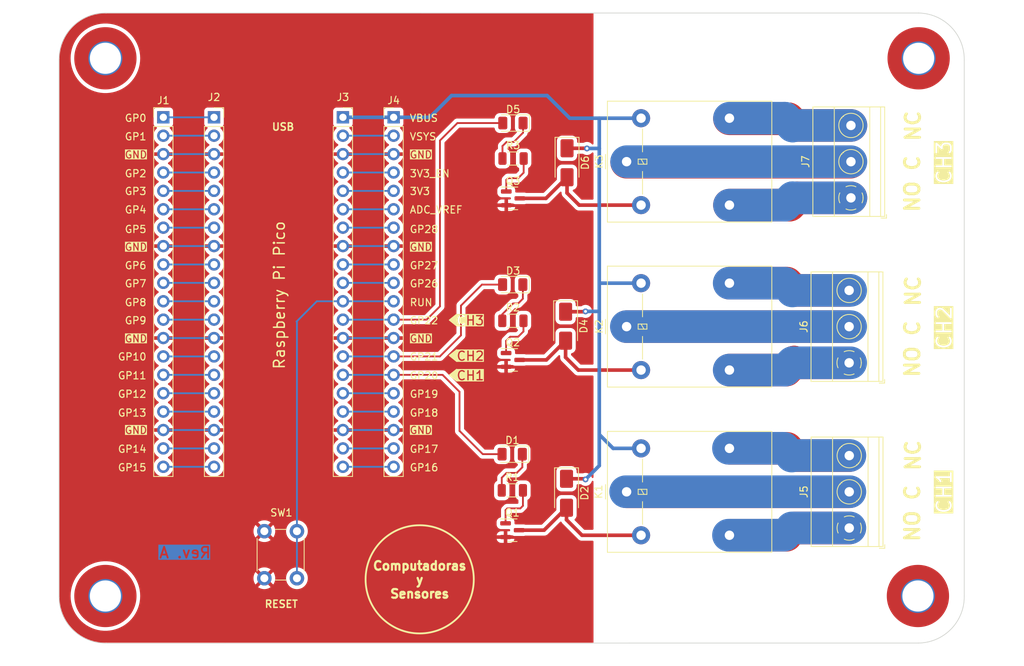
<source format=kicad_pcb>
(kicad_pcb (version 20221018) (generator pcbnew)
  (title_block (title "Pico Carrier Relay") (date "2023-10-07") (rev "A") (company "Computadoras y Sensores"))
  (layers (0 "F.Cu" signal) (31 "B.Cu" signal) (34 "B.Paste" user) (35 "F.Paste" user) (36 "B.SilkS" user "B.Silkscreen") (37 "F.SilkS" user "F.Silkscreen") (38 "B.Mask" user) (39 "F.Mask" user) (44 "Edge.Cuts" user))
  (net 0 "")
  (net 1 "Net-(D1-K)")
  (net 2 "/GP20")
  (net 3 "/VBUS")
  (net 4 "Net-(D2-A)")
  (net 5 "Net-(D3-K)")
  (net 6 "/GP21")
  (net 7 "Net-(D4-A)")
  (net 8 "Net-(D5-K)")
  (net 9 "/GP22")
  (net 10 "Net-(D6-A)")
  (net 11 "Net-(J1-Pin_1)")
  (net 12 "Net-(J1-Pin_2)")
  (net 13 "GND")
  (net 14 "Net-(J1-Pin_4)")
  (net 15 "Net-(J1-Pin_5)")
  (net 16 "Net-(J1-Pin_6)")
  (net 17 "Net-(J1-Pin_7)")
  (net 18 "Net-(J1-Pin_9)")
  (net 19 "Net-(J1-Pin_10)")
  (net 20 "Net-(J1-Pin_11)")
  (net 21 "Net-(J1-Pin_12)")
  (net 22 "Net-(J1-Pin_14)")
  (net 23 "Net-(J1-Pin_15)")
  (net 24 "Net-(J1-Pin_16)")
  (net 25 "Net-(J1-Pin_17)")
  (net 26 "Net-(J1-Pin_19)")
  (net 27 "Net-(J1-Pin_20)")
  (net 28 "Net-(J3-Pin_2)")
  (net 29 "Net-(J3-Pin_4)")
  (net 30 "Net-(J3-Pin_5)")
  (net 31 "Net-(J3-Pin_6)")
  (net 32 "Net-(J3-Pin_7)")
  (net 33 "Net-(J3-Pin_9)")
  (net 34 "Net-(J3-Pin_10)")
  (net 35 "/RUN")
  (net 36 "Net-(J3-Pin_16)")
  (net 37 "Net-(J3-Pin_17)")
  (net 38 "Net-(J3-Pin_19)")
  (net 39 "Net-(J3-Pin_20)")
  (net 40 "Net-(J5-Pin_1)")
  (net 41 "Net-(J5-Pin_2)")
  (net 42 "Net-(J5-Pin_3)")
  (net 43 "Net-(J6-Pin_1)")
  (net 44 "Net-(J6-Pin_2)")
  (net 45 "Net-(J6-Pin_3)")
  (net 46 "Net-(J7-Pin_1)")
  (net 47 "Net-(J7-Pin_2)")
  (net 48 "Net-(J7-Pin_3)")
  (net 49 "Net-(Q1-B)")
  (net 50 "Net-(Q2-B)")
  (net 51 "Net-(Q3-B)")
  (footprint "Connector_PinHeader_2.54mm:PinHeader_1x20_P2.54mm_Vertical" (layer "F.Cu") (at 90.3 67.4)
    (fp_text reference "J1" (at 0 -2.33) (layer "F.SilkS"))
    (fp_text value "PicoHeader1")
    (pad "1" thru_hole rect (at 0 0) (size 1.7 1.7) (drill 1) (layers "*.Cu" "*.Mask") (net 11 "Net-(J1-Pin_1)"))
    (pad "2" thru_hole oval (at 0 2.54) (size 1.7 1.7) (drill 1) (layers "*.Cu" "*.Mask") (net 12 "Net-(J1-Pin_2)"))
    (pad "3" thru_hole oval (at 0 5.08) (size 1.7 1.7) (drill 1) (layers "*.Cu" "*.Mask") (net 13 "GND"))
    (pad "4" thru_hole oval (at 0 7.62) (size 1.7 1.7) (drill 1) (layers "*.Cu" "*.Mask") (net 14 "Net-(J1-Pin_4)"))
    (pad "5" thru_hole oval (at 0 10.16) (size 1.7 1.7) (drill 1) (layers "*.Cu" "*.Mask") (net 15 "Net-(J1-Pin_5)"))
    (pad "6" thru_hole oval (at 0 12.7) (size 1.7 1.7) (drill 1) (layers "*.Cu" "*.Mask") (net 16 "Net-(J1-Pin_6)"))
    (pad "7" thru_hole oval (at 0 15.24) (size 1.7 1.7) (drill 1) (layers "*.Cu" "*.Mask") (net 17 "Net-(J1-Pin_7)"))
    (pad "8" thru_hole oval (at 0 17.78) (size 1.7 1.7) (drill 1) (layers "*.Cu" "*.Mask") (net 13 "GND"))
    (pad "9" thru_hole oval (at 0 20.32) (size 1.7 1.7) (drill 1) (layers "*.Cu" "*.Mask") (net 18 "Net-(J1-Pin_9)"))
    (pad "10" thru_hole oval (at 0 22.86) (size 1.7 1.7) (drill 1) (layers "*.Cu" "*.Mask") (net 19 "Net-(J1-Pin_10)"))
    (pad "11" thru_hole oval (at 0 25.4) (size 1.7 1.7) (drill 1) (layers "*.Cu" "*.Mask") (net 20 "Net-(J1-Pin_11)"))
    (pad "12" thru_hole oval (at 0 27.94) (size 1.7 1.7) (drill 1) (layers "*.Cu" "*.Mask") (net 21 "Net-(J1-Pin_12)"))
    (pad "13" thru_hole oval (at 0 30.48) (size 1.7 1.7) (drill 1) (layers "*.Cu" "*.Mask") (net 13 "GND"))
    (pad "14" thru_hole oval (at 0 33.02) (size 1.7 1.7) (drill 1) (layers "*.Cu" "*.Mask") (net 22 "Net-(J1-Pin_14)"))
    (pad "15" thru_hole oval (at 0 35.56) (size 1.7 1.7) (drill 1) (layers "*.Cu" "*.Mask") (net 23 "Net-(J1-Pin_15)"))
    (pad "16" thru_hole oval (at 0 38.1) (size 1.7 1.7) (drill 1) (layers "*.Cu" "*.Mask") (net 24 "Net-(J1-Pin_16)"))
    (pad "17" thru_hole oval (at 0 40.64) (size 1.7 1.7) (drill 1) (layers "*.Cu" "*.Mask") (net 25 "Net-(J1-Pin_17)"))
    (pad "18" thru_hole oval (at 0 43.18) (size 1.7 1.7) (drill 1) (layers "*.Cu" "*.Mask") (net 13 "GND"))
    (pad "19" thru_hole oval (at 0 45.72) (size 1.7 1.7) (drill 1) (layers "*.Cu" "*.Mask") (net 26 "Net-(J1-Pin_19)"))
    (pad "20" thru_hole oval (at 0 48.26) (size 1.7 1.7) (drill 1) (layers "*.Cu" "*.Mask") (net 27 "Net-(J1-Pin_20)"))
  )
  (footprint "LED_SMD:LED_1206_3216Metric" (layer "F.Cu") (at 138.5476 90.5 180)
    (fp_text reference "D3" (at -0.0524 1.9) (layer "F.SilkS"))
    (fp_text value "RED LED")
    (pad "1" smd roundrect (at -1.4 0 180) (size 1.25 1.75) (layers "F.Cu" "F.Paste" "F.Mask") (roundrect_rratio 0.2) (net 5 "Net-(D3-K)"))
    (pad "2" smd roundrect (at 1.4 0 180) (size 1.25 1.75) (layers "F.Cu" "F.Paste" "F.Mask") (roundrect_rratio 0.2) (net 6 "/GP21"))
  )
  (footprint "MountingHole:MountingHole_4.3mm_M4_Pad_TopOnly" (layer "F.Cu") (at 194.6 59.25)
    (fp_text reference "REF**" hide)
    (fp_text value "MountingHole_4.3mm_M4_Pad_TopOnly")
    (pad "1" thru_hole circle (at 0 0) (size 4.7 4.7) (drill 4.3) (layers "*.Cu" "*.Mask"))
    (pad "1" connect circle (at 0 0) (size 8.6 8.6) (layers "F.Cu" "F.Mask"))
  )
  (footprint "Diode_SMD:D_SMA" (layer "F.Cu") (at 145.8476 96.2442 -90)
    (fp_text reference "D4" (at 0 -2.5 90) (layer "F.SilkS"))
    (fp_text value "US1A")
    (pad "1" smd roundrect (at -2 0 270) (size 2.5 1.8) (layers "F.Cu" "F.Paste" "F.Mask") (roundrect_rratio 0.1388888889) (net 3 "/VBUS"))
    (pad "2" smd roundrect (at 2 0 270) (size 2.5 1.8) (layers "F.Cu" "F.Paste" "F.Mask") (roundrect_rratio 0.1388888889) (net 7 "Net-(D4-A)"))
  )
  (footprint "TerminalBlock_Phoenix:TerminalBlock_Phoenix_MKDS-1,5-3_1x03_P5.00mm_Horizontal" (layer "F.Cu") (at 185.0018 101.3024 90)
    (fp_text reference "J6" (at 5 -6.26 90) (layer "F.SilkS"))
    (fp_text value "Screw_Terminal_01x03")
    (pad "1" thru_hole rect (at 0 0 90) (size 2.6 2.6) (drill 1.3) (layers "*.Cu" "*.Mask") (net 43 "Net-(J6-Pin_1)"))
    (pad "2" thru_hole circle (at 5 0 90) (size 2.6 2.6) (drill 1.3) (layers "*.Cu" "*.Mask") (net 44 "Net-(J6-Pin_2)"))
    (pad "3" thru_hole circle (at 10 0 90) (size 2.6 2.6) (drill 1.3) (layers "*.Cu" "*.Mask") (net 45 "Net-(J6-Pin_3)"))
  )
  (footprint "LED_SMD:LED_1206_3216Metric" (layer "F.Cu") (at 138.5752 68.1918 180)
    (fp_text reference "D5" (at -0.0248 1.8918) (layer "F.SilkS"))
    (fp_text value "RED LED")
    (pad "1" smd roundrect (at -1.4 0 180) (size 1.25 1.75) (layers "F.Cu" "F.Paste" "F.Mask") (roundrect_rratio 0.2) (net 8 "Net-(D5-K)"))
    (pad "2" smd roundrect (at 1.4 0 180) (size 1.25 1.75) (layers "F.Cu" "F.Paste" "F.Mask") (roundrect_rratio 0.2) (net 9 "/GP22"))
  )
  (footprint "MountingHole:MountingHole_4.3mm_M4_Pad_TopOnly" (layer "F.Cu") (at 194.5 133.5)
    (fp_text reference "REF**" hide)
    (fp_text value "MountingHole_4.3mm_M4_Pad_TopOnly")
    (pad "1" thru_hole circle (at 0 0) (size 4.7 4.7) (drill 4.3) (layers "*.Cu" "*.Mask"))
    (pad "1" connect circle (at 0 0) (size 8.6 8.6) (layers "F.Cu" "F.Mask"))
  )
  (footprint "TerminalBlock_Phoenix:TerminalBlock_Phoenix_MKDS-1,5-3_1x03_P5.00mm_Horizontal" (layer "F.Cu") (at 185.0179 124.1146 90)
    (fp_text reference "J5" (at 5 -6.26 90) (layer "F.SilkS"))
    (fp_text value "Screw_Terminal_01x03")
    (pad "1" thru_hole rect (at 0 0 90) (size 2.6 2.6) (drill 1.3) (layers "*.Cu" "*.Mask") (net 40 "Net-(J5-Pin_1)"))
    (pad "2" thru_hole circle (at 5 0 90) (size 2.6 2.6) (drill 1.3) (layers "*.Cu" "*.Mask") (net 41 "Net-(J5-Pin_2)"))
    (pad "3" thru_hole circle (at 10 0 90) (size 2.6 2.6) (drill 1.3) (layers "*.Cu" "*.Mask") (net 42 "Net-(J5-Pin_3)"))
  )
  (footprint "Resistor_SMD:R_1206_3216Metric" (layer "F.Cu") (at 138.5952 73.0918)
    (fp_text reference "R3" (at 0 -1.82) (layer "F.SilkS"))
    (fp_text value "110")
    (pad "1" smd roundrect (at -1.4625 0) (size 1.125 1.75) (layers "F.Cu" "F.Paste" "F.Mask") (roundrect_rratio 0.2222222222) (net 8 "Net-(D5-K)"))
    (pad "2" smd roundrect (at 1.4625 0) (size 1.125 1.75) (layers "F.Cu" "F.Paste" "F.Mask") (roundrect_rratio 0.2222222222) (net 51 "Net-(Q3-B)"))
  )
  (footprint "Relay_THT:Relay_SPDT_Omron-G5LE-1" (layer "F.Cu") (at 154.2725 73.523 90)
    (fp_text reference "K3" (at 0 -3.8 90) (layer "F.SilkS"))
    (fp_text value "G5LE-1")
    (pad "1" thru_hole rect (at 0 0 90) (size 2.5 2.5) (drill 1.3) (layers "*.Cu" "*.Mask") (net 47 "Net-(J7-Pin_2)"))
    (pad "2" thru_hole oval (at -6 2 90) (size 2.5 2.5) (drill 1.3) (layers "*.Cu" "*.Mask") (net 10 "Net-(D6-A)"))
    (pad "3" thru_hole oval (at -6 14.2 90) (size 2.5 2.5) (drill 1.3) (layers "*.Cu" "*.Mask") (net 46 "Net-(J7-Pin_1)"))
    (pad "4" thru_hole oval (at 6 14.2 90) (size 2.5 2.5) (drill 1.3) (layers "*.Cu" "*.Mask") (net 48 "Net-(J7-Pin_3)"))
    (pad "5" thru_hole oval (at 6 2 90) (size 2.5 2.5) (drill 1.3) (layers "*.Cu" "*.Mask") (net 3 "/VBUS"))
  )
  (footprint "Connector_PinSocket_2.54mm:PinSocket_1x20_P2.54mm_Vertical" (layer "F.Cu") (at 115.1 67.4)
    (fp_text reference "J3" (at 0 -2.77) (layer "F.SilkS"))
    (fp_text value "Pico2-2")
    (pad "1" thru_hole rect (at 0 0) (size 1.7 1.7) (drill 1) (layers "*.Cu" "*.Mask") (net 3 "/VBUS"))
    (pad "2" thru_hole oval (at 0 2.54) (size 1.7 1.7) (drill 1) (layers "*.Cu" "*.Mask") (net 28 "Net-(J3-Pin_2)"))
    (pad "3" thru_hole oval (at 0 5.08) (size 1.7 1.7) (drill 1) (layers "*.Cu" "*.Mask") (net 13 "GND"))
    (pad "4" thru_hole oval (at 0 7.62) (size 1.7 1.7) (drill 1) (layers "*.Cu" "*.Mask") (net 29 "Net-(J3-Pin_4)"))
    (pad "5" thru_hole oval (at 0 10.16) (size 1.7 1.7) (drill 1) (layers "*.Cu" "*.Mask") (net 30 "Net-(J3-Pin_5)"))
    (pad "6" thru_hole oval (at 0 12.7) (size 1.7 1.7) (drill 1) (layers "*.Cu" "*.Mask") (net 31 "Net-(J3-Pin_6)"))
    (pad "7" thru_hole oval (at 0 15.24) (size 1.7 1.7) (drill 1) (layers "*.Cu" "*.Mask") (net 32 "Net-(J3-Pin_7)"))
    (pad "8" thru_hole oval (at 0 17.78) (size 1.7 1.7) (drill 1) (layers "*.Cu" "*.Mask") (net 13 "GND"))
    (pad "9" thru_hole oval (at 0 20.32) (size 1.7 1.7) (drill 1) (layers "*.Cu" "*.Mask") (net 33 "Net-(J3-Pin_9)"))
    (pad "10" thru_hole oval (at 0 22.86) (size 1.7 1.7) (drill 1) (layers "*.Cu" "*.Mask") (net 34 "Net-(J3-Pin_10)"))
    (pad "11" thru_hole oval (at 0 25.4) (size 1.7 1.7) (drill 1) (layers "*.Cu" "*.Mask") (net 35 "/RUN"))
    (pad "12" thru_hole oval (at 0 27.94) (size 1.7 1.7) (drill 1) (layers "*.Cu" "*.Mask") (net 9 "/GP22"))
    (pad "13" thru_hole oval (at 0 30.48) (size 1.7 1.7) (drill 1) (layers "*.Cu" "*.Mask") (net 13 "GND"))
    (pad "14" thru_hole oval (at 0 33.02) (size 1.7 1.7) (drill 1) (layers "*.Cu" "*.Mask") (net 6 "/GP21"))
    (pad "15" thru_hole oval (at 0 35.56) (size 1.7 1.7) (drill 1) (layers "*.Cu" "*.Mask") (net 2 "/GP20"))
    (pad "16" thru_hole oval (at 0 38.1) (size 1.7 1.7) (drill 1) (layers "*.Cu" "*.Mask") (net 36 "Net-(J3-Pin_16)"))
    (pad "17" thru_hole oval (at 0 40.64) (size 1.7 1.7) (drill 1) (layers "*.Cu" "*.Mask") (net 37 "Net-(J3-Pin_17)"))
    (pad "18" thru_hole oval (at 0 43.18) (size 1.7 1.7) (drill 1) (layers "*.Cu" "*.Mask") (net 13 "GND"))
    (pad "19" thru_hole oval (at 0 45.72) (size 1.7 1.7) (drill 1) (layers "*.Cu" "*.Mask") (net 38 "Net-(J3-Pin_19)"))
    (pad "20" thru_hole oval (at 0 48.26) (size 1.7 1.7) (drill 1) (layers "*.Cu" "*.Mask") (net 39 "Net-(J3-Pin_20)"))
  )
  (footprint "MountingHole:MountingHole_4.3mm_M4_Pad_TopOnly" (layer "F.Cu") (at 82.3 133.5)
    (fp_text reference "REF**" hide)
    (fp_text value "MountingHole_4.3mm_M4_Pad_TopOnly")
    (pad "1" thru_hole circle (at 0 0) (size 4.7 4.7) (drill 4.3) (layers "*.Cu" "*.Mask"))
    (pad "1" connect circle (at 0 0) (size 8.6 8.6) (layers "F.Cu" "F.Mask"))
  )
  (footprint "TerminalBlock_Phoenix:TerminalBlock_Phoenix_MKDS-1,5-3_1x03_P5.00mm_Horizontal" (layer "F.Cu") (at 185.251 78.523 90)
    (fp_text reference "J7" (at 5 -6.26 90) (layer "F.SilkS"))
    (fp_text value "Screw_Terminal_01x03")
    (pad "1" thru_hole rect (at 0 0 90) (size 2.6 2.6) (drill 1.3) (layers "*.Cu" "*.Mask") (net 46 "Net-(J7-Pin_1)"))
    (pad "2" thru_hole circle (at 5 0 90) (size 2.6 2.6) (drill 1.3) (layers "*.Cu" "*.Mask") (net 47 "Net-(J7-Pin_2)"))
    (pad "3" thru_hole circle (at 10 0 90) (size 2.6 2.6) (drill 1.3) (layers "*.Cu" "*.Mask") (net 48 "Net-(J7-Pin_3)"))
  )
  (footprint "Package_TO_SOT_SMD:SOT-23" (layer "F.Cu") (at 138.4951 124.4122)
    (fp_text reference "Q1" (at 0 -2.4) (layer "F.SilkS"))
    (fp_text value "MMBT3904")
    (pad "1" smd roundrect (at -0.9375 -0.95) (size 1.475 0.6) (layers "F.Cu" "F.Paste" "F.Mask") (net 49 "Net-(Q1-B)"))
    (pad "2" smd roundrect (at -0.9375 0.95) (size 1.475 0.6) (layers "F.Cu" "F.Paste" "F.Mask") (net 13 "GND"))
    (pad "3" smd roundrect (at 0.9375 0) (size 1.475 0.6) (layers "F.Cu" "F.Paste" "F.Mask") (net 4 "Net-(D2-A)"))
  )
  (footprint "Package_TO_SOT_SMD:SOT-23" (layer "F.Cu") (at 138.5676 100.9)
    (fp_text reference "Q2" (at 0 -2.4) (layer "F.SilkS"))
    (fp_text value "MMBT3904")
    (pad "1" smd roundrect (at -0.9375 -0.95) (size 1.475 0.6) (layers "F.Cu" "F.Paste" "F.Mask") (net 50 "Net-(Q2-B)"))
    (pad "2" smd roundrect (at -0.9375 0.95) (size 1.475 0.6) (layers "F.Cu" "F.Paste" "F.Mask") (net 13 "GND"))
    (pad "3" smd roundrect (at 0.9375 0) (size 1.475 0.6) (layers "F.Cu" "F.Paste" "F.Mask") (net 7 "Net-(D4-A)"))
  )
  (footprint "MountingHole:MountingHole_4.3mm_M4_Pad_TopOnly" (layer "F.Cu") (at 82.3 59.25)
    (fp_text reference "REF**" hide)
    (fp_text value "MountingHole_4.3mm_M4_Pad_TopOnly")
    (pad "1" thru_hole circle (at 0 0) (size 4.7 4.7) (drill 4.3) (layers "*.Cu" "*.Mask"))
    (pad "1" connect circle (at 0 0) (size 8.6 8.6) (layers "F.Cu" "F.Mask"))
  )
  (footprint "Resistor_SMD:R_1206_3216Metric" (layer "F.Cu") (at 138.4951 118.9122)
    (fp_text reference "R1" (at 0 -1.82) (layer "F.SilkS"))
    (fp_text value "110")
    (pad "1" smd roundrect (at -1.4625 0) (size 1.125 1.75) (layers "F.Cu" "F.Paste" "F.Mask") (roundrect_rratio 0.2222222222) (net 1 "Net-(D1-K)"))
    (pad "2" smd roundrect (at 1.4625 0) (size 1.125 1.75) (layers "F.Cu" "F.Paste" "F.Mask") (roundrect_rratio 0.2222222222) (net 49 "Net-(Q1-B)"))
  )
  (footprint "Package_TO_SOT_SMD:SOT-23" (layer "F.Cu") (at 138.5952 78.5918)
    (fp_text reference "Q3" (at 0 -2.4) (layer "F.SilkS"))
    (fp_text value "MMBT3904")
    (pad "1" smd roundrect (at -0.9375 -0.95) (size 1.475 0.6) (layers "F.Cu" "F.Paste" "F.Mask") (net 51 "Net-(Q3-B)"))
    (pad "2" smd roundrect (at -0.9375 0.95) (size 1.475 0.6) (layers "F.Cu" "F.Paste" "F.Mask") (net 13 "GND"))
    (pad "3" smd roundrect (at 0.9375 0) (size 1.475 0.6) (layers "F.Cu" "F.Paste" "F.Mask") (net 10 "Net-(D6-A)"))
  )
  (footprint "Resistor_SMD:R_1206_3216Metric" (layer "F.Cu") (at 138.5676 95.5)
    (fp_text reference "R2" (at 0 -1.82) (layer "F.SilkS"))
    (fp_text value "110")
    (pad "1" smd roundrect (at -1.4625 0) (size 1.125 1.75) (layers "F.Cu" "F.Paste" "F.Mask") (roundrect_rratio 0.2222222222) (net 5 "Net-(D3-K)"))
    (pad "2" smd roundrect (at 1.4625 0) (size 1.125 1.75) (layers "F.Cu" "F.Paste" "F.Mask") (roundrect_rratio 0.2222222222) (net 50 "Net-(Q2-B)"))
  )
  (footprint "Diode_SMD:D_SMA" (layer "F.Cu") (at 146.0476 73.6762 -90)
    (fp_text reference "D6" (at 0 -2.5 90) (layer "F.SilkS"))
    (fp_text value "US1A")
    (pad "1" smd roundrect (at -2 0 270) (size 2.5 1.8) (layers "F.Cu" "F.Paste" "F.Mask") (roundrect_rratio 0.1388888889) (net 3 "/VBUS"))
    (pad "2" smd roundrect (at 2 0 270) (size 2.5 1.8) (layers "F.Cu" "F.Paste" "F.Mask") (roundrect_rratio 0.1388888889) (net 10 "Net-(D6-A)"))
  )
  (footprint "Relay_THT:Relay_SPDT_Omron-G5LE-1" (layer "F.Cu") (at 154.2725 119.1146 90)
    (fp_text reference "K1" (at 0 -3.8725 90) (layer "F.SilkS"))
    (fp_text value "G5LE-1")
    (pad "1" thru_hole rect (at 0 0 90) (size 2.5 2.5) (drill 1.3) (layers "*.Cu" "*.Mask") (net 41 "Net-(J5-Pin_2)"))
    (pad "2" thru_hole oval (at -6 2 90) (size 2.5 2.5) (drill 1.3) (layers "*.Cu" "*.Mask") (net 4 "Net-(D2-A)"))
    (pad "3" thru_hole oval (at -6 14.2 90) (size 2.5 2.5) (drill 1.3) (layers "*.Cu" "*.Mask") (net 40 "Net-(J5-Pin_1)"))
    (pad "4" thru_hole oval (at 6 14.2 90) (size 2.5 2.5) (drill 1.3) (layers "*.Cu" "*.Mask") (net 42 "Net-(J5-Pin_3)"))
    (pad "5" thru_hole oval (at 6 2 90) (size 2.5 2.5) (drill 1.3) (layers "*.Cu" "*.Mask") (net 3 "/VBUS"))
  )
  (footprint "Relay_THT:Relay_SPDT_Omron-G5LE-1" (layer "F.Cu") (at 154.2725 96.3024 90)
    (fp_text reference "K2" (at 0 -3.8 90) (layer "F.SilkS"))
    (fp_text value "G5LE-1")
    (pad "1" thru_hole rect (at 0 0 90) (size 2.5 2.5) (drill 1.3) (layers "*.Cu" "*.Mask") (net 44 "Net-(J6-Pin_2)"))
    (pad "2" thru_hole oval (at -6 2 90) (size 2.5 2.5) (drill 1.3) (layers "*.Cu" "*.Mask") (net 7 "Net-(D4-A)"))
    (pad "3" thru_hole oval (at -6 14.2 90) (size 2.5 2.5) (drill 1.3) (layers "*.Cu" "*.Mask") (net 43 "Net-(J6-Pin_1)"))
    (pad "4" thru_hole oval (at 6 14.2 90) (size 2.5 2.5) (drill 1.3) (layers "*.Cu" "*.Mask") (net 45 "Net-(J6-Pin_3)"))
    (pad "5" thru_hole oval (at 6 2 90) (size 2.5 2.5) (drill 1.3) (layers "*.Cu" "*.Mask") (net 3 "/VBUS"))
  )
  (footprint "Connector_PinSocket_2.54mm:PinSocket_1x20_P2.54mm_Vertical" (layer "F.Cu") (at 97.3 67.4)
    (fp_text reference "J2" (at 0 -2.77) (layer "F.SilkS"))
    (fp_text value "Pico1-2")
    (pad "1" thru_hole rect (at 0 0) (size 1.7 1.7) (drill 1) (layers "*.Cu" "*.Mask") (net 11 "Net-(J1-Pin_1)"))
    (pad "2" thru_hole oval (at 0 2.54) (size 1.7 1.7) (drill 1) (layers "*.Cu" "*.Mask") (net 12 "Net-(J1-Pin_2)"))
    (pad "3" thru_hole oval (at 0 5.08) (size 1.7 1.7) (drill 1) (layers "*.Cu" "*.Mask") (net 13 "GND"))
    (pad "4" thru_hole oval (at 0 7.62) (size 1.7 1.7) (drill 1) (layers "*.Cu" "*.Mask") (net 14 "Net-(J1-Pin_4)"))
    (pad "5" thru_hole oval (at 0 10.16) (size 1.7 1.7) (drill 1) (layers "*.Cu" "*.Mask") (net 15 "Net-(J1-Pin_5)"))
    (pad "6" thru_hole oval (at 0 12.7) (size 1.7 1.7) (drill 1) (layers "*.Cu" "*.Mask") (net 16 "Net-(J1-Pin_6)"))
    (pad "7" thru_hole oval (at 0 15.24) (size 1.7 1.7) (drill 1) (layers "*.Cu" "*.Mask") (net 17 "Net-(J1-Pin_7)"))
    (pad "8" thru_hole oval (at 0 17.78) (size 1.7 1.7) (drill 1) (layers "*.Cu" "*.Mask") (net 13 "GND"))
    (pad "9" thru_hole oval (at 0 20.32) (size 1.7 1.7) (drill 1) (layers "*.Cu" "*.Mask") (net 18 "Net-(J1-Pin_9)"))
    (pad "10" thru_hole oval (at 0 22.86) (size 1.7 1.7) (drill 1) (layers "*.Cu" "*.Mask") (net 19 "Net-(J1-Pin_10)"))
    (pad "11" thru_hole oval (at 0 25.4) (size 1.7 1.7) (drill 1) (layers "*.Cu" "*.Mask") (net 20 "Net-(J1-Pin_11)"))
    (pad "12" thru_hole oval (at 0 27.94) (size 1.7 1.7) (drill 1) (layers "*.Cu" "*.Mask") (net 21 "Net-(J1-Pin_12)"))
    (pad "13" thru_hole oval (at 0 30.48) (size 1.7 1.7) (drill 1) (layers "*.Cu" "*.Mask") (net 13 "GND"))
    (pad "14" thru_hole oval (at 0 33.02) (size 1.7 1.7) (drill 1) (layers "*.Cu" "*.Mask") (net 22 "Net-(J1-Pin_14)"))
    (pad "15" thru_hole oval (at 0 35.56) (size 1.7 1.7) (drill 1) (layers "*.Cu" "*.Mask") (net 23 "Net-(J1-Pin_15)"))
    (pad "16" thru_hole oval (at 0 38.1) (size 1.7 1.7) (drill 1) (layers "*.Cu" "*.Mask") (net 24 "Net-(J1-Pin_16)"))
    (pad "17" thru_hole oval (at 0 40.64) (size 1.7 1.7) (drill 1) (layers "*.Cu" "*.Mask") (net 25 "Net-(J1-Pin_17)"))
    (pad "18" thru_hole oval (at 0 43.18) (size 1.7 1.7) (drill 1) (layers "*.Cu" "*.Mask") (net 13 "GND"))
    (pad "19" thru_hole oval (at 0 45.72) (size 1.7 1.7) (drill 1) (layers "*.Cu" "*.Mask") (net 26 "Net-(J1-Pin_19)"))
    (pad "20" thru_hole oval (at 0 48.26) (size 1.7 1.7) (drill 1) (layers "*.Cu" "*.Mask") (net 27 "Net-(J1-Pin_20)"))
  )
  (footprint "LED_SMD:LED_1206_3216Metric" (layer "F.Cu") (at 138.4751 113.9122 180)
    (fp_text reference "D1" (at -0.0249 1.9122) (layer "F.SilkS"))
    (fp_text value "RED LED")
    (pad "1" smd roundrect (at -1.4 0 180) (size 1.25 1.75) (layers "F.Cu" "F.Paste" "F.Mask") (roundrect_rratio 0.2) (net 1 "Net-(D1-K)"))
    (pad "2" smd roundrect (at 1.4 0 180) (size 1.25 1.75) (layers "F.Cu" "F.Paste" "F.Mask") (roundrect_rratio 0.2) (net 2 "/GP20"))
  )
  (footprint "Button_Switch_THT:SW_PUSH_6mm" (layer "F.Cu") (at 108.75 124.55 -90)
    (fp_text reference "SW1" (at -2.55 2.15 -180) (layer "F.SilkS"))
    (fp_text value "RESET")
    (pad "1" thru_hole circle (at 0 0) (size 2 2) (drill 1.1) (layers "*.Cu" "*.Mask") (net 35 "/RUN"))
    (pad "1" thru_hole circle (at 6.5 0) (size 2 2) (drill 1.1) (layers "*.Cu" "*.Mask") (net 35 "/RUN"))
    (pad "2" thru_hole circle (at 0 4.5) (size 2 2) (drill 1.1) (layers "*.Cu" "*.Mask") (net 13 "GND"))
    (pad "2" thru_hole circle (at 6.5 4.5) (size 2 2) (drill 1.1) (layers "*.Cu" "*.Mask") (net 13 "GND"))
  )
  (footprint "Diode_SMD:D_SMA" (layer "F.Cu") (at 145.9751 119.3122 -90)
    (fp_text reference "D2" (at 0 -2.5 90) (layer "F.SilkS"))
    (fp_text value "US1A")
    (pad "1" smd roundrect (at -2 0 270) (size 2.5 1.8) (layers "F.Cu" "F.Paste" "F.Mask") (roundrect_rratio 0.1388888889) (net 3 "/VBUS"))
    (pad "2" smd roundrect (at 2 0 270) (size 2.5 1.8) (layers "F.Cu" "F.Paste" "F.Mask") (roundrect_rratio 0.1388888889) (net 4 "Net-(D2-A)"))
  )
  (footprint "Connector_PinHeader_2.54mm:PinHeader_1x20_P2.54mm_Vertical" (layer "F.Cu") (at 122.1 67.4)
    (fp_text reference "J4" (at 0 -2.33) (layer "F.SilkS"))
    (fp_text value "PicoHeader2")
    (pad "1" thru_hole rect (at 0 0) (size 1.7 1.7) (drill 1) (layers "*.Cu" "*.Mask") (net 3 "/VBUS"))
    (pad "2" thru_hole oval (at 0 2.54) (size 1.7 1.7) (drill 1) (layers "*.Cu" "*.Mask") (net 28 "Net-(J3-Pin_2)"))
    (pad "3" thru_hole oval (at 0 5.08) (size 1.7 1.7) (drill 1) (layers "*.Cu" "*.Mask") (net 13 "GND"))
    (pad "4" thru_hole oval (at 0 7.62) (size 1.7 1.7) (drill 1) (layers "*.Cu" "*.Mask") (net 29 "Net-(J3-Pin_4)"))
    (pad "5" thru_hole oval (at 0 10.16) (size 1.7 1.7) (drill 1) (layers "*.Cu" "*.Mask") (net 30 "Net-(J3-Pin_5)"))
    (pad "6" thru_hole oval (at 0 12.7) (size 1.7 1.7) (drill 1) (layers "*.Cu" "*.Mask") (net 31 "Net-(J3-Pin_6)"))
    (pad "7" thru_hole oval (at 0 15.24) (size 1.7 1.7) (drill 1) (layers "*.Cu" "*.Mask") (net 32 "Net-(J3-Pin_7)"))
    (pad "8" thru_hole oval (at 0 17.78) (size 1.7 1.7) (drill 1) (layers "*.Cu" "*.Mask") (net 13 "GND"))
    (pad "9" thru_hole oval (at 0 20.32) (size 1.7 1.7) (drill 1) (layers "*.Cu" "*.Mask") (net 33 "Net-(J3-Pin_9)"))
    (pad "10" thru_hole oval (at 0 22.86) (size 1.7 1.7) (drill 1) (layers "*.Cu" "*.Mask") (net 34 "Net-(J3-Pin_10)"))
    (pad "11" thru_hole oval (at 0 25.4) (size 1.7 1.7) (drill 1) (layers "*.Cu" "*.Mask") (net 35 "/RUN"))
    (pad "12" thru_hole oval (at 0 27.94) (size 1.7 1.7) (drill 1) (layers "*.Cu" "*.Mask") (net 9 "/GP22"))
    (pad "13" thru_hole oval (at 0 30.48) (size 1.7 1.7) (drill 1) (layers "*.Cu" "*.Mask") (net 13 "GND"))
    (pad "14" thru_hole oval (at 0 33.02) (size 1.7 1.7) (drill 1) (layers "*.Cu" "*.Mask") (net 6 "/GP21"))
    (pad "15" thru_hole oval (at 0 35.56) (size 1.7 1.7) (drill 1) (layers "*.Cu" "*.Mask") (net 2 "/GP20"))
    (pad "16" thru_hole oval (at 0 38.1) (size 1.7 1.7) (drill 1) (layers "*.Cu" "*.Mask") (net 36 "Net-(J3-Pin_16)"))
    (pad "17" thru_hole oval (at 0 40.64) (size 1.7 1.7) (drill 1) (layers "*.Cu" "*.Mask") (net 37 "Net-(J3-Pin_17)"))
    (pad "18" thru_hole oval (at 0 43.18) (size 1.7 1.7) (drill 1) (layers "*.Cu" "*.Mask") (net 13 "GND"))
    (pad "19" thru_hole oval (at 0 45.72) (size 1.7 1.7) (drill 1) (layers "*.Cu" "*.Mask") (net 38 "Net-(J3-Pin_19)"))
    (pad "20" thru_hole oval (at 0 48.26) (size 1.7 1.7) (drill 1) (layers "*.Cu" "*.Mask") (net 39 "Net-(J3-Pin_20)"))
  )
  (gr_poly (pts (xy 130.8 102.2) (xy 129.8 103) (xy 130.8 103.8)) (stroke (width 0.15)) (fill solid) (layer "F.SilkS"))
  (gr_poly (pts (xy 130.8 99.5) (xy 129.8 100.3) (xy 130.8 101.1)) (stroke (width 0.15)) (fill solid) (layer "F.SilkS"))
  (gr_poly (pts (xy 130.8 94.6) (xy 129.8 95.4) (xy 130.8 96.2)) (stroke (width 0.15)) (fill solid) (layer "F.SilkS"))
  (gr_circle (center 125.7 131.2) (end 133.170609 131.2) (stroke (width 0.25)) (fill none) (layer "F.SilkS"))
  (gr_arc (start 200.898413 133.495568) (mid 199.095394 138.050002) (end 194.6 139.995543) (stroke (width 0.1)) (layer "Edge.Cuts"))
  (gr_line (start 82.404432 140.003017) (end 194.6 140) (stroke (width 0.1)) (layer "Edge.Cuts"))
  (gr_line (start 75.898413 59.298413) (end 75.898413 133.701587) (stroke (width 0.1)) (layer "Edge.Cuts"))
  (gr_arc (start 75.904453 59.295383) (mid 77.85 54.8) (end 82.404428 52.99697) (stroke (width 0.1)) (layer "Edge.Cuts"))
  (gr_line (start 200.898413 133.500025) (end 200.898413 59.499975) (stroke (width 0.1)) (layer "Edge.Cuts"))
  (gr_arc (start 194.6 53) (mid 199.095395 54.945544) (end 200.898413 59.499975) (stroke (width 0.1)) (layer "Edge.Cuts"))
  (gr_line (start 82.404428 52.99697) (end 194.6 53) (stroke (width 0.1)) (layer "Edge.Cuts"))
  (gr_arc (start 82.404448 140.003009) (mid 77.85 138.2) (end 75.904473 133.704596) (stroke (width 0.1)) (layer "Edge.Cuts"))
  (gr_text "Rev. A" (at 97 128.4) (layer "B.Cu" knockout) (effects (font (size 1.5 1.5) (thickness 0.25) bold) (justify left bottom mirror)))
  (gr_text "GP13" (at 83.95 108.8) (layer "F.SilkS") (effects (font (size 1 1)) (justify left bottom)))
  (gr_text "GND" (at 124.25 85.9) (layer "F.SilkS" knockout) (effects (font (size 1 1)) (justify left bottom)))
  (gr_text "GND" (at 124.25 111.2) (layer "F.SilkS" knockout) (effects (font (size 1 1)) (justify left bottom)))
  (gr_text "Computadoras\ny\nSensores" (at 125.7 133.9) (layer "F.SilkS") (effects (font (size 1.2 1.2) (thickness 0.3) bold) (justify bottom)))
  (gr_text "3V3_EN" (at 124.25 75.75) (layer "F.SilkS") (effects (font (size 1 1)) (justify left bottom)))
  (gr_text "GP1" (at 84.9 70.65) (layer "F.SilkS") (effects (font (size 1 1)) (justify left bottom)))
  (gr_text "CH2" (at 199.3 99.6 90) (layer "F.SilkS" knockout) (effects (font (size 2 2) (thickness 0.25)) (justify left bottom)))
  (gr_text "USB" (at 105.2 69.3) (layer "F.SilkS") (effects (font (size 1 1) (thickness 0.2) bold) (justify left bottom)))
  (gr_text "GND" (at 84.9 111.2) (layer "F.SilkS" knockout) (effects (font (size 1 1)) (justify left bottom)))
  (gr_text "GP17" (at 124.25 113.8) (layer "F.SilkS") (effects (font (size 1 1)) (justify left bottom)))
  (gr_text "GP8" (at 84.9 93.55) (layer "F.SilkS") (effects (font (size 1 1)) (justify left bottom)))
  (gr_text "GP4" (at 84.9 80.75) (layer "F.SilkS") (effects (font (size 1 1)) (justify left bottom)))
  (gr_text "NO C" (at 194.9 126.2 90) (layer "F.SilkS") (effects (font (size 2 2) (thickness 0.4) bold) (justify left bottom)))
  (gr_text "VSYS" (at 124.25 70.65) (layer "F.SilkS") (effects (font (size 1 1)) (justify left bottom)))
  (gr_text "GND" (at 84.9 85.9) (layer "F.SilkS" knockout) (effects (font (size 1 1)) (justify left bottom)))
  (gr_text "GP3" (at 84.9 78.2) (layer "F.SilkS") (effects (font (size 1 1)) (justify left bottom)))
  (gr_text "GP20" (at 124.25 103.65) (layer "F.SilkS") (effects (font (size 1 1)) (justify left bottom)))
  (gr_text "RESET" (at 104.2 135.2) (layer "F.SilkS") (effects (font (size 1 1) (thickness 0.2) bold) (justify left bottom)))
  (gr_text "GP15" (at 83.95 116.35) (layer "F.SilkS") (effects (font (size 1 1)) (justify left bottom)))
  (gr_text "CH3" (at 199.3 76.8 90) (layer "F.SilkS" knockout) (effects (font (size 2 2) (thickness 0.25)) (justify left bottom)))
  (gr_text "CH2" (at 130.7 101.1) (layer "F.SilkS" knockout) (effects (font (size 1.25 1.25) (thickness 0.1875)) (justify left bottom)))
  (gr_text "CH3" (at 130.7 96.2) (layer "F.SilkS" knockout) (effects (font (size 1.25 1.25) (thickness 0.1875)) (justify left bottom)))
  (gr_text "GP14" (at 83.95 113.8) (layer "F.SilkS") (effects (font (size 1 1)) (justify left bottom)))
  (gr_text "NO C" (at 194.9 80.7 90) (layer "F.SilkS") (effects (font (size 2 2) (thickness 0.4) bold) (justify left bottom)))
  (gr_text "GP18" (at 124.25 108.8) (layer "F.SilkS") (effects (font (size 1 1)) (justify left bottom)))
  (gr_text "GP10" (at 83.95 101.05) (layer "F.SilkS") (effects (font (size 1 1)) (justify left bottom)))
  (gr_text "Raspberry Pi Pico" (at 107.2 102.3 90) (layer "F.SilkS") (effects (font (size 1.5 1.5) (thickness 0.2) bold) (justify left bottom)))
  (gr_text "RUN" (at 124.25 93.55) (layer "F.SilkS") (effects (font (size 1 1)) (justify left bottom)))
  (gr_text "GND" (at 124.25 73.15) (layer "F.SilkS" knockout) (effects (font (size 1 1)) (justify left bottom)))
  (gr_text "GND" (at 124.25 98.55) (layer "F.SilkS" knockout) (effects (font (size 1 1)) (justify left bottom)))
  (gr_text "GP9" (at 84.9 96.05) (layer "F.SilkS") (effects (font (size 1 1)) (justify left bottom)))
  (gr_text "GND" (at 84.9 98.55) (layer "F.SilkS" knockout) (effects (font (size 1 1)) (justify left bottom)))
  (gr_text "GP2" (at 84.9 75.75) (layer "F.SilkS") (effects (font (size 1 1)) (justify left bottom)))
  (gr_text "GP16" (at 124.25 116.35) (layer "F.SilkS") (effects (font (size 1 1)) (justify left bottom)))
  (gr_text "GP12" (at 83.95 106.2) (layer "F.SilkS") (effects (font (size 1 1)) (justify left bottom)))
  (gr_text "NC" (at 195 70.9 90) (layer "F.SilkS") (effects (font (size 2 2) (thickness 0.4) bold) (justify left bottom)))
  (gr_text "ADC_VREF" (at 124.25 80.75) (layer "F.SilkS") (effects (font (size 1 1)) (justify left bottom)))
  (gr_text "GP5" (at 84.9 83.45) (layer "F.SilkS") (effects (font (size 1 1)) (justify left bottom)))
  (gr_text "GP11" (at 83.95 103.65) (layer "F.SilkS") (effects (font (size 1 1)) (justify left bottom)))
  (gr_text "GP21" (at 124.25 101.05) (layer "F.SilkS") (effects (font (size 1 1)) (justify left bottom)))
  (gr_text "GP0" (at 84.9 68.1) (layer "F.SilkS") (effects (font (size 1 1)) (justify left bottom)))
  (gr_text "3V3" (at 124.25 78.2) (layer "F.SilkS") (effects (font (size 1 1)) (justify left bottom)))
  (gr_text "GP7" (at 84.9 90.95) (layer "F.SilkS") (effects (font (size 1 1)) (justify left bottom)))
  (gr_text "GP22" (at 124.25 96.05) (layer "F.SilkS") (effects (font (size 1 1)) (justify left bottom)))
  (gr_text "VBUS" (at 124.25 68.1) (layer "F.SilkS") (effects (font (size 1 1)) (justify left bottom)))
  (gr_text "GP27" (at 124.25 88.45) (layer "F.SilkS") (effects (font (size 1 1)) (justify left bottom)))
  (gr_text "GP26" (at 124.25 90.95) (layer "F.SilkS") (effects (font (size 1 1)) (justify left bottom)))
  (gr_text "GP6" (at 84.9 88.45) (layer "F.SilkS") (effects (font (size 1 1)) (justify left bottom)))
  (gr_text "GP19" (at 124.25 106.2) (layer "F.SilkS") (effects (font (size 1 1)) (justify left bottom)))
  (gr_text "NC" (at 195 93.7 90) (layer "F.SilkS") (effects (font (size 2 2) (thickness 0.4) bold) (justify left bottom)))
  (gr_text "GND" (at 84.9 73.15) (layer "F.SilkS" knockout) (effects (font (size 1 1)) (justify left bottom)))
  (gr_text "CH1" (at 199.3 122.3 90) (layer "F.SilkS" knockout) (effects (font (size 2 2) (thickness 0.25)) (justify left bottom)))
  (gr_text "NO C" (at 194.9 103.5 90) (layer "F.SilkS") (effects (font (size 2 2) (thickness 0.4) bold) (justify left bottom)))
  (gr_text "GP28" (at 124.25 83.45) (layer "F.SilkS") (effects (font (size 1 1)) (justify left bottom)))
  (gr_text "NC" (at 195 116.4 90) (layer "F.SilkS") (effects (font (size 2 2) (thickness 0.4) bold) (justify left bottom)))
  (gr_text "CH1" (at 130.7 103.8) (layer "F.SilkS" knockout) (effects (font (size 1.25 1.25) (thickness 0.1875)) (justify left bottom)))
  (segment (start 139.1 116.5) (end 137.7 116.5) (width 0.25) (layer "F.Cu") (net 1))
  (segment (start 137.7 116.5) (end 137.0326 117.1674) (width 0.25) (layer "F.Cu") (net 1))
  (segment (start 139.8751 113.9122) (end 139.8751 115.7249) (width 0.25) (layer "F.Cu") (net 1))
  (segment (start 139.8751 115.7249) (end 139.1 116.5) (width 0.25) (layer "F.Cu") (net 1))
  (segment (start 137.0326 117.1674) (end 137.0326 118.9122) (width 0.25) (layer "F.Cu") (net 1))
  (segment (start 131.2 105.3) (end 131.2 110.7) (width 0.25) (layer "F.Cu") (net 2))
  (segment (start 134.4122 113.9122) (end 137.0751 113.9122) (width 0.25) (layer "F.Cu") (net 2))
  (segment (start 128.86 102.96) (end 131.2 105.3) (width 0.25) (layer "F.Cu") (net 2))
  (segment (start 122.1 102.96) (end 128.86 102.96) (width 0.25) (layer "F.Cu") (net 2))
  (segment (start 131.2 110.7) (end 134.4122 113.9122) (width 0.25) (layer "F.Cu") (net 2))
  (segment (start 115.1 102.96) (end 122.1 102.96) (width 0.25) (layer "B.Cu") (net 2))
  (segment (start 148.7762 71.6762) (end 148.8 71.7) (width 0.25) (layer "F.Cu") (net 3))
  (segment (start 148.5122 117.3122) (end 148.6 117.4) (width 0.25) (layer "F.Cu") (net 3))
  (segment (start 145.9751 117.3122) (end 148.5122 117.3122) (width 0.5) (layer "F.Cu") (net 3))
  (segment (start 148.5558 94.2442) (end 148.6 94.2) (width 0.25) (layer "F.Cu") (net 3))
  (segment (start 146.0476 71.6762) (end 148.7762 71.6762) (width 0.5) (layer "F.Cu") (net 3))
  (segment (start 145.8476 94.2442) (end 148.5558 94.2442) (width 0.5) (layer "F.Cu") (net 3))
  (via (at 148.8 71.7) (size 0.8) (drill 0.4) (layers "F.Cu" "B.Cu") (net 3))
  (via (at 148.6 117.4) (size 0.8) (drill 0.4) (layers "F.Cu" "B.Cu") (net 3))
  (via (at 148.6 94.2) (size 0.8) (drill 0.4) (layers "F.Cu" "B.Cu") (net 3))
  (segment (start 150.6024 90.3024) (end 156.2725 90.3024) (width 0.5) (layer "B.Cu") (net 3))
  (segment (start 115.1 67.4) (end 122.1 67.4) (width 0.5) (layer "B.Cu") (net 3))
  (segment (start 148.6 117.4) (end 150.5 115.5) (width 0.5) (layer "B.Cu") (net 3))
  (segment (start 150.5 115.5) (end 150.5 111.2) (width 0.5) (layer "B.Cu") (net 3))
  (segment (start 150.4 94.2) (end 150.5 94.3) (width 0.25) (layer "B.Cu") (net 3))
  (segment (start 152.4146 113.1146) (end 156.2725 113.1146) (width 0.5) (layer "B.Cu") (net 3))
  (segment (start 148.8 71.7) (end 150.5 71.7) (width 0.5) (layer "B.Cu") (net 3))
  (segment (start 150.5 71.7) (end 150.5 94.3) (width 0.5) (layer "B.Cu") (net 3))
  (segment (start 148.6 94.2) (end 150.4 94.2) (width 0.5) (layer "B.Cu") (net 3))
  (segment (start 130.1 64.4) (end 143.3 64.4) (width 0.5) (layer "B.Cu") (net 3))
  (segment (start 150.5 94.3) (end 150.5 111.2) (width 0.5) (layer "B.Cu") (net 3))
  (segment (start 146.423 67.523) (end 156.2725 67.523) (width 0.5) (layer "B.Cu") (net 3))
  (segment (start 150.5 111.2) (end 152.4146 113.1146) (width 0.5) (layer "B.Cu") (net 3))
  (segment (start 122.1 67.4) (end 127.1 67.4) (width 0.5) (layer "B.Cu") (net 3))
  (segment (start 150.5 67.523) (end 150.5 71.7) (width 0.5) (layer "B.Cu") (net 3))
  (segment (start 127.1 67.4) (end 130.1 64.4) (width 0.5) (layer "B.Cu") (net 3))
  (segment (start 143.3 64.4) (end 146.423 67.523) (width 0.5) (layer "B.Cu") (net 3))
  (segment (start 139.4326 124.4122) (end 142.8751 124.4122) (width 0.5) (layer "F.Cu") (net 4))
  (segment (start 148.1146 125.1146) (end 156.2725 125.1146) (width 0.5) (layer "F.Cu") (net 4))
  (segment (start 145.9751 122.9751) (end 148.1146 125.1146) (width 0.5) (layer "F.Cu") (net 4))
  (segment (start 142.8751 124.4122) (end 145.9751 121.3122) (width 0.5) (layer "F.Cu") (net 4))
  (segment (start 145.9751 121.3122) (end 145.9751 122.9751) (width 0.5) (layer "F.Cu") (net 4))
  (segment (start 139.9476 92.4524) (end 139.3 93.1) (width 0.25) (layer "F.Cu") (net 5))
  (segment (start 138.6 93.1) (end 137.1051 94.5949) (width 0.25) (layer "F.Cu") (net 5))
  (segment (start 139.9476 90.5) (end 139.9476 92.4524) (width 0.25) (layer "F.Cu") (net 5))
  (segment (start 137.1051 94.5949) (end 137.1051 95.5) (width 0.25) (layer "F.Cu") (net 5))
  (segment (start 139.3 93.1) (end 138.6 93.1) (width 0.25) (layer "F.Cu") (net 5))
  (segment (start 122.1 100.42) (end 128.48 100.42) (width 0.25) (layer "F.Cu") (net 6))
  (segment (start 131.4 93.4) (end 134.3 90.5) (width 0.25) (layer "F.Cu") (net 6))
  (segment (start 134.3 90.5) (end 137.1476 90.5) (width 0.25) (layer "F.Cu") (net 6))
  (segment (start 131.4 97.5) (end 131.4 93.4) (width 0.25) (layer "F.Cu") (net 6))
  (segment (start 128.48 100.42) (end 131.4 97.5) (width 0.25) (layer "F.Cu") (net 6))
  (segment (start 115.1 100.42) (end 122.1 100.42) (width 0.25) (layer "B.Cu") (net 6))
  (segment (start 145.8476 100.5476) (end 147.6024 102.3024) (width 0.5) (layer "F.Cu") (net 7))
  (segment (start 147.6024 102.3024) (end 156.2725 102.3024) (width 0.5) (layer "F.Cu") (net 7))
  (segment (start 145.8476 98.2442) (end 145.8476 100.5476) (width 0.5) (layer "F.Cu") (net 7))
  (segment (start 143.1918 100.9) (end 145.8476 98.2442) (width 0.5) (layer "F.Cu") (net 7))
  (segment (start 139.5051 100.9) (end 143.1918 100.9) (width 0.5) (layer "F.Cu") (net 7))
  (segment (start 138.7 70.8) (end 137.7 70.8) (width 0.25) (layer "F.Cu") (net 8))
  (segment (start 139.9752 68.1918) (end 139.9752 69.5248) (width 0.25) (layer "F.Cu") (net 8))
  (segment (start 137.7 70.8) (end 137.1327 71.3673) (width 0.25) (layer "F.Cu") (net 8))
  (segment (start 139.9752 69.5248) (end 138.7 70.8) (width 0.25) (layer "F.Cu") (net 8))
  (segment (start 137.1327 71.3673) (end 137.1327 73.0918) (width 0.25) (layer "F.Cu") (net 8))
  (segment (start 122.1 95.34) (end 126.66 95.34) (width 0.25) (layer "F.Cu") (net 9))
  (segment (start 128.5 70.6) (end 130.9082 68.1918) (width 0.25) (layer "F.Cu") (net 9))
  (segment (start 130.9082 68.1918) (end 137.1752 68.1918) (width 0.25) (layer "F.Cu") (net 9))
  (segment (start 126.66 95.34) (end 128.5 93.5) (width 0.25) (layer "F.Cu") (net 9))
  (segment (start 128.5 93.5) (end 128.5 70.6) (width 0.25) (layer "F.Cu") (net 9))
  (segment (start 115.1 95.34) (end 122.1 95.34) (width 0.25) (layer "B.Cu") (net 9))
  (segment (start 146.0476 75.6762) (end 146.0476 77.8476) (width 0.5) (layer "F.Cu") (net 10))
  (segment (start 146.0476 77.8476) (end 147.723 79.523) (width 0.5) (layer "F.Cu") (net 10))
  (segment (start 139.5327 78.5918) (end 143.132 78.5918) (width 0.5) (layer "F.Cu") (net 10))
  (segment (start 147.723 79.523) (end 156.2725 79.523) (width 0.5) (layer "F.Cu") (net 10))
  (segment (start 143.132 78.5918) (end 146.0476 75.6762) (width 0.5) (layer "F.Cu") (net 10))
  (segment (start 97.3 67.4) (end 90.3 67.4) (width 0.25) (layer "B.Cu") (net 11))
  (segment (start 97.3 69.94) (end 90.3 69.94) (width 0.25) (layer "B.Cu") (net 12))
  (segment (start 97.3 72.48) (end 90.3 72.48) (width 0.25) (layer "B.Cu") (net 13))
  (segment (start 97.3 85.18) (end 90.3 85.18) (width 0.25) (layer "B.Cu") (net 13))
  (segment (start 97.3 97.88) (end 90.3 97.88) (width 0.25) (layer "B.Cu") (net 13))
  (segment (start 97.3 110.58) (end 90.3 110.58) (width 0.25) (layer "B.Cu") (net 13))
  (segment (start 115.1 85.18) (end 122.1 85.18) (width 0.25) (layer "B.Cu") (net 13))
  (segment (start 115.1 72.48) (end 122.1 72.48) (width 0.25) (layer "B.Cu") (net 13))
  (segment (start 115.1 110.58) (end 122.1 110.58) (width 0.25) (layer "B.Cu") (net 13))
  (segment (start 115.1 97.88) (end 122.1 97.88) (width 0.25) (layer "B.Cu") (net 13))
  (segment (start 97.3 75.02) (end 90.3 75.02) (width 0.25) (layer "B.Cu") (net 14))
  (segment (start 97.3 77.56) (end 90.3 77.56) (width 0.25) (layer "B.Cu") (net 15))
  (segment (start 97.3 80.1) (end 90.3 80.1) (width 0.25) (layer "B.Cu") (net 16))
  (segment (start 97.3 82.64) (end 90.3 82.64) (width 0.25) (layer "B.Cu") (net 17))
  (segment (start 97.3 87.72) (end 90.3 87.72) (width 0.25) (layer "B.Cu") (net 18))
  (segment (start 97.3 90.26) (end 90.3 90.26) (width 0.25) (layer "B.Cu") (net 19))
  (segment (start 97.3 92.8) (end 90.3 92.8) (width 0.25) (layer "B.Cu") (net 20))
  (segment (start 97.3 95.34) (end 90.3 95.34) (width 0.25) (layer "B.Cu") (net 21))
  (segment (start 97.3 100.42) (end 90.3 100.42) (width 0.25) (layer "B.Cu") (net 22))
  (segment (start 97.3 102.96) (end 90.3 102.96) (width 0.25) (layer "B.Cu") (net 23))
  (segment (start 97.3 105.5) (end 90.3 105.5) (width 0.25) (layer "B.Cu") (net 24))
  (segment (start 97.3 108.04) (end 90.3 108.04) (width 0.25) (layer "B.Cu") (net 25))
  (segment (start 97.3 113.12) (end 90.3 113.12) (width 0.25) (layer "B.Cu") (net 26))
  (segment (start 97.3 115.66) (end 90.3 115.66) (width 0.25) (layer "B.Cu") (net 27))
  (segment (start 115.1 69.94) (end 122.1 69.94) (width 0.25) (layer "B.Cu") (net 28))
  (segment (start 115.1 75.02) (end 122.1 75.02) (width 0.25) (layer "B.Cu") (net 29))
  (segment (start 115.1 77.56) (end 122.1 77.56) (width 0.25) (layer "B.Cu") (net 30))
  (segment (start 115.1 80.1) (end 122.1 80.1) (width 0.25) (layer "B.Cu") (net 31))
  (segment (start 115.1 82.64) (end 122.1 82.64) (width 0.25) (layer "B.Cu") (net 32))
  (segment (start 115.1 87.72) (end 122.1 87.72) (width 0.25) (layer "B.Cu") (net 33))
  (segment (start 115.1 90.26) (end 122.1 90.26) (width 0.25) (layer "B.Cu") (net 34))
  (segment (start 108.75 124.55) (end 108.75 95.65) (width 0.25) (layer "B.Cu") (net 35))
  (segment (start 108.75 95.65) (end 108.7 95.6) (width 0.25) (layer "B.Cu") (net 35))
  (segment (start 111.5 92.8) (end 115.1 92.8) (width 0.25) (layer "B.Cu") (net 35))
  (segment (start 108.75 124.55) (end 108.75 131.05) (width 0.25) (layer "B.Cu") (net 35))
  (segment (start 115.1 92.8) (end 122.1 92.8) (width 0.25) (layer "B.Cu") (net 35))
  (segment (start 108.7 95.6) (end 111.5 92.8) (width 0.25) (layer "B.Cu") (net 35))
  (segment (start 115.1 105.5) (end 122.1 105.5) (width 0.25) (layer "B.Cu") (net 36))
  (segment (start 115.1 108.04) (end 122.1 108.04) (width 0.25) (layer "B.Cu") (net 37))
  (segment (start 115.1 113.12) (end 122.1 113.12) (width 0.25) (layer "B.Cu") (net 38))
  (segment (start 115.1 115.66) (end 122.1 115.66) (width 0.25) (layer "B.Cu") (net 39))
  (segment (start 177.5185 124.1146) (end 185.0179 124.1146) (width 4.5) (layer "F.Cu") (net 40))
  (segment (start 168.4886 125.1146) (end 176.3137 125.1146) (width 4.5) (layer "F.Cu") (net 40))
  (segment (start 168.3355 125.1) (end 176.04 125.1) (width 4.5) (layer "B.Cu") (net 40))
  (segment (start 177.086 124.1) (end 185.114 124.1) (width 4.5) (layer "B.Cu") (net 40))
  (segment (start 154.2886 119.1146) (end 185.0179 119.1146) (width 4.5) (layer "F.Cu") (net 41))
  (segment (start 154.1355 119.1) (end 185.114 119.1) (width 4.5) (layer "B.Cu") (net 41))
  (segment (start 177.4185 114.1146) (end 185.0179 114.1146) (width 4.5) (layer "F.Cu") (net 42))
  (segment (start 168.4886 113.1146) (end 176.4185 113.1146) (width 4.5) (layer "F.Cu") (net 42))
  (segment (start 177.063 114.177) (end 177.14 114.1) (width 4.5) (layer "B.Cu") (net 42))
  (segment (start 168.3355 113.1) (end 175.986 113.1) (width 4.5) (layer "B.Cu") (net 42))
  (segment (start 177.14 114.1) (end 185.114 114.1) (width 4.5) (layer "B.Cu") (net 42))
  (segment (start 168.4725 102.3024) (end 176.2976 102.3024) (width 4.5) (layer "F.Cu") (net 43))
  (segment (start 177.5024 101.3024) (end 185.0018 101.3024) (width 4.5) (layer "F.Cu") (net 43))
  (segment (start 176.2976 102.3024) (end 177.4 101.2) (width 4.5) (layer "F.Cu") (net 43))
  (segment (start 177.4 101.2) (end 177.5024 101.3024) (width 4.5) (layer "F.Cu") (net 43))
  (segment (start 176.14 102.3) (end 177.163 101.277) (width 4.5) (layer "B.Cu") (net 43))
  (segment (start 168.4355 102.3) (end 176.14 102.3) (width 4.5) (layer "B.Cu") (net 43))
  (segment (start 177.186 101.3) (end 185.214 101.3) (width 4.5) (layer "B.Cu") (net 43))
  (segment (start 154.2725 96.3024) (end 185.0018 96.3024) (width 4.5) (layer "F.Cu") (net 44))
  (segment (start 154.2355 96.3) (end 185.214 96.3) (width 4.5) (layer "B.Cu") (net 44))
  (segment (start 168.4725 90.3024) (end 176.4024 90.3024) (width 4.5) (layer "F.Cu") (net 45))
  (segment (start 177.4024 91.3024) (end 185.0018 91.3024) (width 4.5) (layer "F.Cu") (net 45))
  (segment (start 176.4024 90.3024) (end 177.4024 91.3024) (width 4.5) (layer "F.Cu") (net 45))
  (segment (start 177.163 91.377) (end 177.24 91.3) (width 4.5) (layer "B.Cu") (net 45))
  (segment (start 168.4355 90.3) (end 176.086 90.3) (width 4.5) (layer "B.Cu") (net 45))
  (segment (start 177.24 91.3) (end 185.214 91.3) (width 4.5) (layer "B.Cu") (net 45))
  (segment (start 177.823 78.523) (end 185.251 78.523) (width 4.5) (layer "F.Cu") (net 46))
  (segment (start 168.4725 79.523) (end 176.777 79.523) (width 4.5) (layer "F.Cu") (net 46))
  (segment (start 176.777 79.523) (end 177.8 78.5) (width 4.5) (layer "F.Cu") (net 46))
  (segment (start 176.177 79.523) (end 177.2 78.5) (width 4.5) (layer "B.Cu") (net 46))
  (segment (start 177.223 78.523) (end 185.251 78.523) (width 4.5) (layer "B.Cu") (net 46))
  (segment (start 177.2 78.5) (end 177.223 78.523) (width 4.5) (layer "B.Cu") (net 46))
  (segment (start 168.4725 79.523) (end 176.177 79.523) (width 4.5) (layer "B.Cu") (net 46))
  (segment (start 154.2725 73.6) (end 185.174 73.6) (width 4.5) (layer "F.Cu") (net 47))
  (segment (start 185.174 73.6) (end 185.251 73.523) (width 0.25) (layer "F.Cu") (net 47))
  (segment (start 154.2725 73.523) (end 185.251 73.523) (width 4.5) (layer "B.Cu") (net 47))
  (segment (start 176.6 67.6) (end 177.523 68.523) (width 4.5) (layer "F.Cu") (net 48))
  (segment (start 184.328 67.6) (end 185.251 68.523) (width 0.25) (layer "F.Cu") (net 48))
  (segment (start 177.523 68.523) (end 185.251 68.523) (width 4.5) (layer "F.Cu") (net 48))
  (segment (start 168.4725 67.6) (end 176.6 67.6) (width 4.5) (layer "F.Cu") (net 48))
  (segment (start 177.2 68.6) (end 177.277 68.523) (width 4.5) (layer "B.Cu") (net 48))
  (segment (start 168.4725 67.523) (end 176.123 67.523) (width 4.5) (layer "B.Cu") (net 48))
  (segment (start 176.123 67.523) (end 177.2 68.6) (width 4.5) (layer "B.Cu") (net 48))
  (segment (start 177.277 68.523) (end 185.251 68.523) (width 4.5) (layer "B.Cu") (net 48))
  (segment (start 137.8 121.4) (end 139.6 121.4) (width 0.25) (layer "F.Cu") (net 49))
  (segment (start 139.6 121.4) (end 139.9576 121.0424) (width 0.25) (layer "F.Cu") (net 49))
  (segment (start 137.5576 123.4622) (end 137.5576 121.6424) (width 0.25) (layer "F.Cu") (net 49))
  (segment (start 139.9576 118.9122) (end 139.9576 121.0424) (width 0.25) (layer "F.Cu") (net 49))
  (segment (start 137.5576 121.6424) (end 137.8 121.4) (width 0.25) (layer "F.Cu") (net 49))
  (segment (start 139.3 97.7) (end 138.2 97.7) (width 0.25) (layer "F.Cu") (net 50))
  (segment (start 140.0301 95.5) (end 140.0301 96.9699) (width 0.25) (layer "F.Cu") (net 50))
  (segment (start 140.0301 96.9699) (end 139.3 97.7) (width 0.25) (layer "F.Cu") (net 50))
  (segment (start 137.6301 98.2699) (end 137.6301 99.95) (width 0.25) (layer "F.Cu") (net 50))
  (segment (start 138.2 97.7) (end 137.6301 98.2699) (width 0.25) (layer "F.Cu") (net 50))
  (segment (start 137.9 75.8) (end 139.3 75.8) (width 0.25) (layer "F.Cu") (net 51))
  (segment (start 140.0577 75.0423) (end 140.0577 73.0918) (width 0.25) (layer "F.Cu") (net 51))
  (segment (start 137.6577 77.6418) (end 137.6577 76.0423) (width 0.25) (layer "F.Cu") (net 51))
  (segment (start 139.3 75.8) (end 140.0577 75.0423) (width 0.25) (layer "F.Cu") (net 51))
  (segment (start 137.6577 76.0423) (end 137.9 75.8) (width 0.25) (layer "F.Cu") (net 51))
  (zone (net 13) (net_name "GND") (layer "F.Cu") (connect_pads (clearance 0.5)) (min_thickness 0.25) (fill yes (thermal_gap 0.5) (thermal_bridge_width 0.5))
    (polygon (pts (xy 149.7 51.2) (xy 149.7 143.2) (xy 73.4 143.2) (xy 73.4 51.2)))
  )
)
</source>
